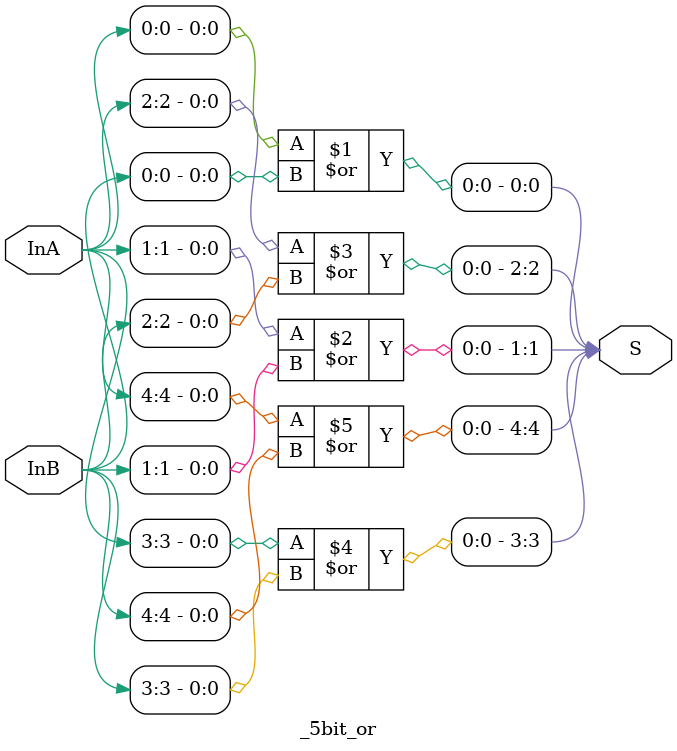
<source format=v>
module _5bit_or(S,InA,InB);
input [4:0] InA,InB;
output [4:0] S;

or firstBit(S[0],InA[0],InB[0]);
or secondBit(S[1],InA[1],InB[1]);
or thirdBit(S[2],InA[2],InB[2]);
or fourthBit(S[3],InA[3],InB[3]);
or fifthBit(S[4],InA[4],InB[4]);



endmodule
</source>
